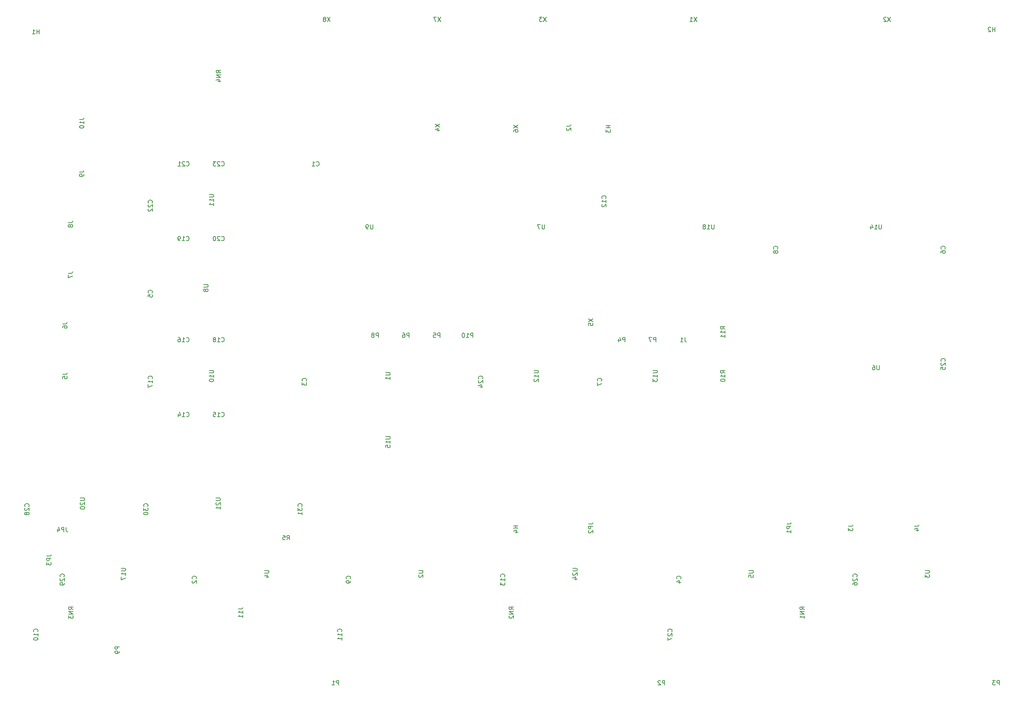
<source format=gbr>
%TF.GenerationSoftware,KiCad,Pcbnew,(6.0.11)*%
%TF.CreationDate,2023-08-29T17:19:57-04:00*%
%TF.ProjectId,input-output.Zilog,696e7075-742d-46f7-9574-7075742e5a69,rev?*%
%TF.SameCoordinates,Original*%
%TF.FileFunction,Legend,Bot*%
%TF.FilePolarity,Positive*%
%FSLAX46Y46*%
G04 Gerber Fmt 4.6, Leading zero omitted, Abs format (unit mm)*
G04 Created by KiCad (PCBNEW (6.0.11)) date 2023-08-29 17:19:57*
%MOMM*%
%LPD*%
G01*
G04 APERTURE LIST*
%ADD10C,0.150000*%
G04 APERTURE END LIST*
D10*
%TO.C,P1*%
X112738095Y-226452380D02*
X112738095Y-225452380D01*
X112357142Y-225452380D01*
X112261904Y-225500000D01*
X112214285Y-225547619D01*
X112166666Y-225642857D01*
X112166666Y-225785714D01*
X112214285Y-225880952D01*
X112261904Y-225928571D01*
X112357142Y-225976190D01*
X112738095Y-225976190D01*
X111214285Y-226452380D02*
X111785714Y-226452380D01*
X111500000Y-226452380D02*
X111500000Y-225452380D01*
X111595238Y-225595238D01*
X111690476Y-225690476D01*
X111785714Y-225738095D01*
%TO.C,H1*%
X44761904Y-78452380D02*
X44761904Y-77452380D01*
X44761904Y-77928571D02*
X44190476Y-77928571D01*
X44190476Y-78452380D02*
X44190476Y-77452380D01*
X43190476Y-78452380D02*
X43761904Y-78452380D01*
X43476190Y-78452380D02*
X43476190Y-77452380D01*
X43571428Y-77595238D01*
X43666666Y-77690476D01*
X43761904Y-77738095D01*
%TO.C,P3*%
X262738095Y-226452380D02*
X262738095Y-225452380D01*
X262357142Y-225452380D01*
X262261904Y-225500000D01*
X262214285Y-225547619D01*
X262166666Y-225642857D01*
X262166666Y-225785714D01*
X262214285Y-225880952D01*
X262261904Y-225928571D01*
X262357142Y-225976190D01*
X262738095Y-225976190D01*
X261833333Y-225452380D02*
X261214285Y-225452380D01*
X261547619Y-225833333D01*
X261404761Y-225833333D01*
X261309523Y-225880952D01*
X261261904Y-225928571D01*
X261214285Y-226023809D01*
X261214285Y-226261904D01*
X261261904Y-226357142D01*
X261309523Y-226404761D01*
X261404761Y-226452380D01*
X261690476Y-226452380D01*
X261785714Y-226404761D01*
X261833333Y-226357142D01*
%TO.C,P2*%
X186738095Y-226452380D02*
X186738095Y-225452380D01*
X186357142Y-225452380D01*
X186261904Y-225500000D01*
X186214285Y-225547619D01*
X186166666Y-225642857D01*
X186166666Y-225785714D01*
X186214285Y-225880952D01*
X186261904Y-225928571D01*
X186357142Y-225976190D01*
X186738095Y-225976190D01*
X185785714Y-225547619D02*
X185738095Y-225500000D01*
X185642857Y-225452380D01*
X185404761Y-225452380D01*
X185309523Y-225500000D01*
X185261904Y-225547619D01*
X185214285Y-225642857D01*
X185214285Y-225738095D01*
X185261904Y-225880952D01*
X185833333Y-226452380D01*
X185214285Y-226452380D01*
%TO.C,C1*%
X107666666Y-108357142D02*
X107714285Y-108404761D01*
X107857142Y-108452380D01*
X107952380Y-108452380D01*
X108095238Y-108404761D01*
X108190476Y-108309523D01*
X108238095Y-108214285D01*
X108285714Y-108023809D01*
X108285714Y-107880952D01*
X108238095Y-107690476D01*
X108190476Y-107595238D01*
X108095238Y-107500000D01*
X107952380Y-107452380D01*
X107857142Y-107452380D01*
X107714285Y-107500000D01*
X107666666Y-107547619D01*
X106714285Y-108452380D02*
X107285714Y-108452380D01*
X107000000Y-108452380D02*
X107000000Y-107452380D01*
X107095238Y-107595238D01*
X107190476Y-107690476D01*
X107285714Y-107738095D01*
%TO.C,H2*%
X261761904Y-77952380D02*
X261761904Y-76952380D01*
X261761904Y-77428571D02*
X261190476Y-77428571D01*
X261190476Y-77952380D02*
X261190476Y-76952380D01*
X260761904Y-77047619D02*
X260714285Y-77000000D01*
X260619047Y-76952380D01*
X260380952Y-76952380D01*
X260285714Y-77000000D01*
X260238095Y-77047619D01*
X260190476Y-77142857D01*
X260190476Y-77238095D01*
X260238095Y-77380952D01*
X260809523Y-77952380D01*
X260190476Y-77952380D01*
%TO.C,JP2*%
X169452380Y-189896666D02*
X170166666Y-189896666D01*
X170309523Y-189849047D01*
X170404761Y-189753809D01*
X170452380Y-189610952D01*
X170452380Y-189515714D01*
X170452380Y-190372857D02*
X169452380Y-190372857D01*
X169452380Y-190753809D01*
X169500000Y-190849047D01*
X169547619Y-190896666D01*
X169642857Y-190944285D01*
X169785714Y-190944285D01*
X169880952Y-190896666D01*
X169928571Y-190849047D01*
X169976190Y-190753809D01*
X169976190Y-190372857D01*
X169547619Y-191325238D02*
X169500000Y-191372857D01*
X169452380Y-191468095D01*
X169452380Y-191706190D01*
X169500000Y-191801428D01*
X169547619Y-191849047D01*
X169642857Y-191896666D01*
X169738095Y-191896666D01*
X169880952Y-191849047D01*
X170452380Y-191277619D01*
X170452380Y-191896666D01*
%TO.C,RN2*%
X152452380Y-209309523D02*
X151976190Y-208976190D01*
X152452380Y-208738095D02*
X151452380Y-208738095D01*
X151452380Y-209119047D01*
X151500000Y-209214285D01*
X151547619Y-209261904D01*
X151642857Y-209309523D01*
X151785714Y-209309523D01*
X151880952Y-209261904D01*
X151928571Y-209214285D01*
X151976190Y-209119047D01*
X151976190Y-208738095D01*
X152452380Y-209738095D02*
X151452380Y-209738095D01*
X152452380Y-210309523D01*
X151452380Y-210309523D01*
X151547619Y-210738095D02*
X151500000Y-210785714D01*
X151452380Y-210880952D01*
X151452380Y-211119047D01*
X151500000Y-211214285D01*
X151547619Y-211261904D01*
X151642857Y-211309523D01*
X151738095Y-211309523D01*
X151880952Y-211261904D01*
X152452380Y-210690476D01*
X152452380Y-211309523D01*
%TO.C,U24*%
X165882380Y-199951904D02*
X166691904Y-199951904D01*
X166787142Y-199999523D01*
X166834761Y-200047142D01*
X166882380Y-200142380D01*
X166882380Y-200332857D01*
X166834761Y-200428095D01*
X166787142Y-200475714D01*
X166691904Y-200523333D01*
X165882380Y-200523333D01*
X165977619Y-200951904D02*
X165930000Y-200999523D01*
X165882380Y-201094761D01*
X165882380Y-201332857D01*
X165930000Y-201428095D01*
X165977619Y-201475714D01*
X166072857Y-201523333D01*
X166168095Y-201523333D01*
X166310952Y-201475714D01*
X166882380Y-200904285D01*
X166882380Y-201523333D01*
X166215714Y-202380476D02*
X166882380Y-202380476D01*
X165834761Y-202142380D02*
X166549047Y-201904285D01*
X166549047Y-202523333D01*
%TO.C,C2*%
X80357142Y-202333333D02*
X80404761Y-202285714D01*
X80452380Y-202142857D01*
X80452380Y-202047619D01*
X80404761Y-201904761D01*
X80309523Y-201809523D01*
X80214285Y-201761904D01*
X80023809Y-201714285D01*
X79880952Y-201714285D01*
X79690476Y-201761904D01*
X79595238Y-201809523D01*
X79500000Y-201904761D01*
X79452380Y-202047619D01*
X79452380Y-202142857D01*
X79500000Y-202285714D01*
X79547619Y-202333333D01*
X79547619Y-202714285D02*
X79500000Y-202761904D01*
X79452380Y-202857142D01*
X79452380Y-203095238D01*
X79500000Y-203190476D01*
X79547619Y-203238095D01*
X79642857Y-203285714D01*
X79738095Y-203285714D01*
X79880952Y-203238095D01*
X80452380Y-202666666D01*
X80452380Y-203285714D01*
%TO.C,C3*%
X105357142Y-157333333D02*
X105404761Y-157285714D01*
X105452380Y-157142857D01*
X105452380Y-157047619D01*
X105404761Y-156904761D01*
X105309523Y-156809523D01*
X105214285Y-156761904D01*
X105023809Y-156714285D01*
X104880952Y-156714285D01*
X104690476Y-156761904D01*
X104595238Y-156809523D01*
X104500000Y-156904761D01*
X104452380Y-157047619D01*
X104452380Y-157142857D01*
X104500000Y-157285714D01*
X104547619Y-157333333D01*
X104452380Y-157666666D02*
X104452380Y-158285714D01*
X104833333Y-157952380D01*
X104833333Y-158095238D01*
X104880952Y-158190476D01*
X104928571Y-158238095D01*
X105023809Y-158285714D01*
X105261904Y-158285714D01*
X105357142Y-158238095D01*
X105404761Y-158190476D01*
X105452380Y-158095238D01*
X105452380Y-157809523D01*
X105404761Y-157714285D01*
X105357142Y-157666666D01*
%TO.C,C7*%
X172357142Y-157333333D02*
X172404761Y-157285714D01*
X172452380Y-157142857D01*
X172452380Y-157047619D01*
X172404761Y-156904761D01*
X172309523Y-156809523D01*
X172214285Y-156761904D01*
X172023809Y-156714285D01*
X171880952Y-156714285D01*
X171690476Y-156761904D01*
X171595238Y-156809523D01*
X171500000Y-156904761D01*
X171452380Y-157047619D01*
X171452380Y-157142857D01*
X171500000Y-157285714D01*
X171547619Y-157333333D01*
X171452380Y-157666666D02*
X171452380Y-158333333D01*
X172452380Y-157904761D01*
%TO.C,C8*%
X212357142Y-127333333D02*
X212404761Y-127285714D01*
X212452380Y-127142857D01*
X212452380Y-127047619D01*
X212404761Y-126904761D01*
X212309523Y-126809523D01*
X212214285Y-126761904D01*
X212023809Y-126714285D01*
X211880952Y-126714285D01*
X211690476Y-126761904D01*
X211595238Y-126809523D01*
X211500000Y-126904761D01*
X211452380Y-127047619D01*
X211452380Y-127142857D01*
X211500000Y-127285714D01*
X211547619Y-127333333D01*
X211880952Y-127904761D02*
X211833333Y-127809523D01*
X211785714Y-127761904D01*
X211690476Y-127714285D01*
X211642857Y-127714285D01*
X211547619Y-127761904D01*
X211500000Y-127809523D01*
X211452380Y-127904761D01*
X211452380Y-128095238D01*
X211500000Y-128190476D01*
X211547619Y-128238095D01*
X211642857Y-128285714D01*
X211690476Y-128285714D01*
X211785714Y-128238095D01*
X211833333Y-128190476D01*
X211880952Y-128095238D01*
X211880952Y-127904761D01*
X211928571Y-127809523D01*
X211976190Y-127761904D01*
X212071428Y-127714285D01*
X212261904Y-127714285D01*
X212357142Y-127761904D01*
X212404761Y-127809523D01*
X212452380Y-127904761D01*
X212452380Y-128095238D01*
X212404761Y-128190476D01*
X212357142Y-128238095D01*
X212261904Y-128285714D01*
X212071428Y-128285714D01*
X211976190Y-128238095D01*
X211928571Y-128190476D01*
X211880952Y-128095238D01*
%TO.C,C10*%
X44357142Y-214357142D02*
X44404761Y-214309523D01*
X44452380Y-214166666D01*
X44452380Y-214071428D01*
X44404761Y-213928571D01*
X44309523Y-213833333D01*
X44214285Y-213785714D01*
X44023809Y-213738095D01*
X43880952Y-213738095D01*
X43690476Y-213785714D01*
X43595238Y-213833333D01*
X43500000Y-213928571D01*
X43452380Y-214071428D01*
X43452380Y-214166666D01*
X43500000Y-214309523D01*
X43547619Y-214357142D01*
X44452380Y-215309523D02*
X44452380Y-214738095D01*
X44452380Y-215023809D02*
X43452380Y-215023809D01*
X43595238Y-214928571D01*
X43690476Y-214833333D01*
X43738095Y-214738095D01*
X43452380Y-215928571D02*
X43452380Y-216023809D01*
X43500000Y-216119047D01*
X43547619Y-216166666D01*
X43642857Y-216214285D01*
X43833333Y-216261904D01*
X44071428Y-216261904D01*
X44261904Y-216214285D01*
X44357142Y-216166666D01*
X44404761Y-216119047D01*
X44452380Y-216023809D01*
X44452380Y-215928571D01*
X44404761Y-215833333D01*
X44357142Y-215785714D01*
X44261904Y-215738095D01*
X44071428Y-215690476D01*
X43833333Y-215690476D01*
X43642857Y-215738095D01*
X43547619Y-215785714D01*
X43500000Y-215833333D01*
X43452380Y-215928571D01*
%TO.C,C11*%
X113357142Y-214357142D02*
X113404761Y-214309523D01*
X113452380Y-214166666D01*
X113452380Y-214071428D01*
X113404761Y-213928571D01*
X113309523Y-213833333D01*
X113214285Y-213785714D01*
X113023809Y-213738095D01*
X112880952Y-213738095D01*
X112690476Y-213785714D01*
X112595238Y-213833333D01*
X112500000Y-213928571D01*
X112452380Y-214071428D01*
X112452380Y-214166666D01*
X112500000Y-214309523D01*
X112547619Y-214357142D01*
X113452380Y-215309523D02*
X113452380Y-214738095D01*
X113452380Y-215023809D02*
X112452380Y-215023809D01*
X112595238Y-214928571D01*
X112690476Y-214833333D01*
X112738095Y-214738095D01*
X113452380Y-216261904D02*
X113452380Y-215690476D01*
X113452380Y-215976190D02*
X112452380Y-215976190D01*
X112595238Y-215880952D01*
X112690476Y-215785714D01*
X112738095Y-215690476D01*
%TO.C,C12*%
X173357142Y-115857142D02*
X173404761Y-115809523D01*
X173452380Y-115666666D01*
X173452380Y-115571428D01*
X173404761Y-115428571D01*
X173309523Y-115333333D01*
X173214285Y-115285714D01*
X173023809Y-115238095D01*
X172880952Y-115238095D01*
X172690476Y-115285714D01*
X172595238Y-115333333D01*
X172500000Y-115428571D01*
X172452380Y-115571428D01*
X172452380Y-115666666D01*
X172500000Y-115809523D01*
X172547619Y-115857142D01*
X173452380Y-116809523D02*
X173452380Y-116238095D01*
X173452380Y-116523809D02*
X172452380Y-116523809D01*
X172595238Y-116428571D01*
X172690476Y-116333333D01*
X172738095Y-116238095D01*
X172547619Y-117190476D02*
X172500000Y-117238095D01*
X172452380Y-117333333D01*
X172452380Y-117571428D01*
X172500000Y-117666666D01*
X172547619Y-117714285D01*
X172642857Y-117761904D01*
X172738095Y-117761904D01*
X172880952Y-117714285D01*
X173452380Y-117142857D01*
X173452380Y-117761904D01*
%TO.C,C13*%
X150357142Y-201857142D02*
X150404761Y-201809523D01*
X150452380Y-201666666D01*
X150452380Y-201571428D01*
X150404761Y-201428571D01*
X150309523Y-201333333D01*
X150214285Y-201285714D01*
X150023809Y-201238095D01*
X149880952Y-201238095D01*
X149690476Y-201285714D01*
X149595238Y-201333333D01*
X149500000Y-201428571D01*
X149452380Y-201571428D01*
X149452380Y-201666666D01*
X149500000Y-201809523D01*
X149547619Y-201857142D01*
X150452380Y-202809523D02*
X150452380Y-202238095D01*
X150452380Y-202523809D02*
X149452380Y-202523809D01*
X149595238Y-202428571D01*
X149690476Y-202333333D01*
X149738095Y-202238095D01*
X149452380Y-203142857D02*
X149452380Y-203761904D01*
X149833333Y-203428571D01*
X149833333Y-203571428D01*
X149880952Y-203666666D01*
X149928571Y-203714285D01*
X150023809Y-203761904D01*
X150261904Y-203761904D01*
X150357142Y-203714285D01*
X150404761Y-203666666D01*
X150452380Y-203571428D01*
X150452380Y-203285714D01*
X150404761Y-203190476D01*
X150357142Y-203142857D01*
%TO.C,C24*%
X145357142Y-156857142D02*
X145404761Y-156809523D01*
X145452380Y-156666666D01*
X145452380Y-156571428D01*
X145404761Y-156428571D01*
X145309523Y-156333333D01*
X145214285Y-156285714D01*
X145023809Y-156238095D01*
X144880952Y-156238095D01*
X144690476Y-156285714D01*
X144595238Y-156333333D01*
X144500000Y-156428571D01*
X144452380Y-156571428D01*
X144452380Y-156666666D01*
X144500000Y-156809523D01*
X144547619Y-156857142D01*
X144547619Y-157238095D02*
X144500000Y-157285714D01*
X144452380Y-157380952D01*
X144452380Y-157619047D01*
X144500000Y-157714285D01*
X144547619Y-157761904D01*
X144642857Y-157809523D01*
X144738095Y-157809523D01*
X144880952Y-157761904D01*
X145452380Y-157190476D01*
X145452380Y-157809523D01*
X144785714Y-158666666D02*
X145452380Y-158666666D01*
X144404761Y-158428571D02*
X145119047Y-158190476D01*
X145119047Y-158809523D01*
%TO.C,J1*%
X191333333Y-147452380D02*
X191333333Y-148166666D01*
X191380952Y-148309523D01*
X191476190Y-148404761D01*
X191619047Y-148452380D01*
X191714285Y-148452380D01*
X190333333Y-148452380D02*
X190904761Y-148452380D01*
X190619047Y-148452380D02*
X190619047Y-147452380D01*
X190714285Y-147595238D01*
X190809523Y-147690476D01*
X190904761Y-147738095D01*
%TO.C,J2*%
X164452380Y-99396666D02*
X165166666Y-99396666D01*
X165309523Y-99349047D01*
X165404761Y-99253809D01*
X165452380Y-99110952D01*
X165452380Y-99015714D01*
X164547619Y-99825238D02*
X164500000Y-99872857D01*
X164452380Y-99968095D01*
X164452380Y-100206190D01*
X164500000Y-100301428D01*
X164547619Y-100349047D01*
X164642857Y-100396666D01*
X164738095Y-100396666D01*
X164880952Y-100349047D01*
X165452380Y-99777619D01*
X165452380Y-100396666D01*
%TO.C,X8*%
X110809523Y-74622380D02*
X110142857Y-75622380D01*
X110142857Y-74622380D02*
X110809523Y-75622380D01*
X109619047Y-75050952D02*
X109714285Y-75003333D01*
X109761904Y-74955714D01*
X109809523Y-74860476D01*
X109809523Y-74812857D01*
X109761904Y-74717619D01*
X109714285Y-74670000D01*
X109619047Y-74622380D01*
X109428571Y-74622380D01*
X109333333Y-74670000D01*
X109285714Y-74717619D01*
X109238095Y-74812857D01*
X109238095Y-74860476D01*
X109285714Y-74955714D01*
X109333333Y-75003333D01*
X109428571Y-75050952D01*
X109619047Y-75050952D01*
X109714285Y-75098571D01*
X109761904Y-75146190D01*
X109809523Y-75241428D01*
X109809523Y-75431904D01*
X109761904Y-75527142D01*
X109714285Y-75574761D01*
X109619047Y-75622380D01*
X109428571Y-75622380D01*
X109333333Y-75574761D01*
X109285714Y-75527142D01*
X109238095Y-75431904D01*
X109238095Y-75241428D01*
X109285714Y-75146190D01*
X109333333Y-75098571D01*
X109428571Y-75050952D01*
%TO.C,X5*%
X169452380Y-143190476D02*
X170452380Y-143857142D01*
X169452380Y-143857142D02*
X170452380Y-143190476D01*
X169452380Y-144714285D02*
X169452380Y-144238095D01*
X169928571Y-144190476D01*
X169880952Y-144238095D01*
X169833333Y-144333333D01*
X169833333Y-144571428D01*
X169880952Y-144666666D01*
X169928571Y-144714285D01*
X170023809Y-144761904D01*
X170261904Y-144761904D01*
X170357142Y-144714285D01*
X170404761Y-144666666D01*
X170452380Y-144571428D01*
X170452380Y-144333333D01*
X170404761Y-144238095D01*
X170357142Y-144190476D01*
%TO.C,P4*%
X177738095Y-148452380D02*
X177738095Y-147452380D01*
X177357142Y-147452380D01*
X177261904Y-147500000D01*
X177214285Y-147547619D01*
X177166666Y-147642857D01*
X177166666Y-147785714D01*
X177214285Y-147880952D01*
X177261904Y-147928571D01*
X177357142Y-147976190D01*
X177738095Y-147976190D01*
X176309523Y-147785714D02*
X176309523Y-148452380D01*
X176547619Y-147404761D02*
X176785714Y-148119047D01*
X176166666Y-148119047D01*
%TO.C,R10*%
X200452380Y-155547142D02*
X199976190Y-155213809D01*
X200452380Y-154975714D02*
X199452380Y-154975714D01*
X199452380Y-155356666D01*
X199500000Y-155451904D01*
X199547619Y-155499523D01*
X199642857Y-155547142D01*
X199785714Y-155547142D01*
X199880952Y-155499523D01*
X199928571Y-155451904D01*
X199976190Y-155356666D01*
X199976190Y-154975714D01*
X200452380Y-156499523D02*
X200452380Y-155928095D01*
X200452380Y-156213809D02*
X199452380Y-156213809D01*
X199595238Y-156118571D01*
X199690476Y-156023333D01*
X199738095Y-155928095D01*
X199452380Y-157118571D02*
X199452380Y-157213809D01*
X199500000Y-157309047D01*
X199547619Y-157356666D01*
X199642857Y-157404285D01*
X199833333Y-157451904D01*
X200071428Y-157451904D01*
X200261904Y-157404285D01*
X200357142Y-157356666D01*
X200404761Y-157309047D01*
X200452380Y-157213809D01*
X200452380Y-157118571D01*
X200404761Y-157023333D01*
X200357142Y-156975714D01*
X200261904Y-156928095D01*
X200071428Y-156880476D01*
X199833333Y-156880476D01*
X199642857Y-156928095D01*
X199547619Y-156975714D01*
X199500000Y-157023333D01*
X199452380Y-157118571D01*
%TO.C,R11*%
X200452380Y-145547142D02*
X199976190Y-145213809D01*
X200452380Y-144975714D02*
X199452380Y-144975714D01*
X199452380Y-145356666D01*
X199500000Y-145451904D01*
X199547619Y-145499523D01*
X199642857Y-145547142D01*
X199785714Y-145547142D01*
X199880952Y-145499523D01*
X199928571Y-145451904D01*
X199976190Y-145356666D01*
X199976190Y-144975714D01*
X200452380Y-146499523D02*
X200452380Y-145928095D01*
X200452380Y-146213809D02*
X199452380Y-146213809D01*
X199595238Y-146118571D01*
X199690476Y-146023333D01*
X199738095Y-145928095D01*
X200452380Y-147451904D02*
X200452380Y-146880476D01*
X200452380Y-147166190D02*
X199452380Y-147166190D01*
X199595238Y-147070952D01*
X199690476Y-146975714D01*
X199738095Y-146880476D01*
%TO.C,U2*%
X130882380Y-200428095D02*
X131691904Y-200428095D01*
X131787142Y-200475714D01*
X131834761Y-200523333D01*
X131882380Y-200618571D01*
X131882380Y-200809047D01*
X131834761Y-200904285D01*
X131787142Y-200951904D01*
X131691904Y-200999523D01*
X130882380Y-200999523D01*
X130977619Y-201428095D02*
X130930000Y-201475714D01*
X130882380Y-201570952D01*
X130882380Y-201809047D01*
X130930000Y-201904285D01*
X130977619Y-201951904D01*
X131072857Y-201999523D01*
X131168095Y-201999523D01*
X131310952Y-201951904D01*
X131882380Y-201380476D01*
X131882380Y-201999523D01*
%TO.C,U3*%
X245882380Y-200428095D02*
X246691904Y-200428095D01*
X246787142Y-200475714D01*
X246834761Y-200523333D01*
X246882380Y-200618571D01*
X246882380Y-200809047D01*
X246834761Y-200904285D01*
X246787142Y-200951904D01*
X246691904Y-200999523D01*
X245882380Y-200999523D01*
X245882380Y-201380476D02*
X245882380Y-201999523D01*
X246263333Y-201666190D01*
X246263333Y-201809047D01*
X246310952Y-201904285D01*
X246358571Y-201951904D01*
X246453809Y-201999523D01*
X246691904Y-201999523D01*
X246787142Y-201951904D01*
X246834761Y-201904285D01*
X246882380Y-201809047D01*
X246882380Y-201523333D01*
X246834761Y-201428095D01*
X246787142Y-201380476D01*
%TO.C,U8*%
X82072380Y-135428095D02*
X82881904Y-135428095D01*
X82977142Y-135475714D01*
X83024761Y-135523333D01*
X83072380Y-135618571D01*
X83072380Y-135809047D01*
X83024761Y-135904285D01*
X82977142Y-135951904D01*
X82881904Y-135999523D01*
X82072380Y-135999523D01*
X82500952Y-136618571D02*
X82453333Y-136523333D01*
X82405714Y-136475714D01*
X82310476Y-136428095D01*
X82262857Y-136428095D01*
X82167619Y-136475714D01*
X82120000Y-136523333D01*
X82072380Y-136618571D01*
X82072380Y-136809047D01*
X82120000Y-136904285D01*
X82167619Y-136951904D01*
X82262857Y-136999523D01*
X82310476Y-136999523D01*
X82405714Y-136951904D01*
X82453333Y-136904285D01*
X82500952Y-136809047D01*
X82500952Y-136618571D01*
X82548571Y-136523333D01*
X82596190Y-136475714D01*
X82691428Y-136428095D01*
X82881904Y-136428095D01*
X82977142Y-136475714D01*
X83024761Y-136523333D01*
X83072380Y-136618571D01*
X83072380Y-136809047D01*
X83024761Y-136904285D01*
X82977142Y-136951904D01*
X82881904Y-136999523D01*
X82691428Y-136999523D01*
X82596190Y-136951904D01*
X82548571Y-136904285D01*
X82500952Y-136809047D01*
%TO.C,U14*%
X235968095Y-121802380D02*
X235968095Y-122611904D01*
X235920476Y-122707142D01*
X235872857Y-122754761D01*
X235777619Y-122802380D01*
X235587142Y-122802380D01*
X235491904Y-122754761D01*
X235444285Y-122707142D01*
X235396666Y-122611904D01*
X235396666Y-121802380D01*
X234396666Y-122802380D02*
X234968095Y-122802380D01*
X234682380Y-122802380D02*
X234682380Y-121802380D01*
X234777619Y-121945238D01*
X234872857Y-122040476D01*
X234968095Y-122088095D01*
X233539523Y-122135714D02*
X233539523Y-122802380D01*
X233777619Y-121754761D02*
X234015714Y-122469047D01*
X233396666Y-122469047D01*
%TO.C,U18*%
X197968095Y-121802380D02*
X197968095Y-122611904D01*
X197920476Y-122707142D01*
X197872857Y-122754761D01*
X197777619Y-122802380D01*
X197587142Y-122802380D01*
X197491904Y-122754761D01*
X197444285Y-122707142D01*
X197396666Y-122611904D01*
X197396666Y-121802380D01*
X196396666Y-122802380D02*
X196968095Y-122802380D01*
X196682380Y-122802380D02*
X196682380Y-121802380D01*
X196777619Y-121945238D01*
X196872857Y-122040476D01*
X196968095Y-122088095D01*
X195825238Y-122230952D02*
X195920476Y-122183333D01*
X195968095Y-122135714D01*
X196015714Y-122040476D01*
X196015714Y-121992857D01*
X195968095Y-121897619D01*
X195920476Y-121850000D01*
X195825238Y-121802380D01*
X195634761Y-121802380D01*
X195539523Y-121850000D01*
X195491904Y-121897619D01*
X195444285Y-121992857D01*
X195444285Y-122040476D01*
X195491904Y-122135714D01*
X195539523Y-122183333D01*
X195634761Y-122230952D01*
X195825238Y-122230952D01*
X195920476Y-122278571D01*
X195968095Y-122326190D01*
X196015714Y-122421428D01*
X196015714Y-122611904D01*
X195968095Y-122707142D01*
X195920476Y-122754761D01*
X195825238Y-122802380D01*
X195634761Y-122802380D01*
X195539523Y-122754761D01*
X195491904Y-122707142D01*
X195444285Y-122611904D01*
X195444285Y-122421428D01*
X195491904Y-122326190D01*
X195539523Y-122278571D01*
X195634761Y-122230952D01*
%TO.C,X1*%
X194049523Y-74622380D02*
X193382857Y-75622380D01*
X193382857Y-74622380D02*
X194049523Y-75622380D01*
X192478095Y-75622380D02*
X193049523Y-75622380D01*
X192763809Y-75622380D02*
X192763809Y-74622380D01*
X192859047Y-74765238D01*
X192954285Y-74860476D01*
X193049523Y-74908095D01*
%TO.C,X2*%
X238049523Y-74622380D02*
X237382857Y-75622380D01*
X237382857Y-74622380D02*
X238049523Y-75622380D01*
X237049523Y-74717619D02*
X237001904Y-74670000D01*
X236906666Y-74622380D01*
X236668571Y-74622380D01*
X236573333Y-74670000D01*
X236525714Y-74717619D01*
X236478095Y-74812857D01*
X236478095Y-74908095D01*
X236525714Y-75050952D01*
X237097142Y-75622380D01*
X236478095Y-75622380D01*
%TO.C,X3*%
X159889523Y-74622380D02*
X159222857Y-75622380D01*
X159222857Y-74622380D02*
X159889523Y-75622380D01*
X158937142Y-74622380D02*
X158318095Y-74622380D01*
X158651428Y-75003333D01*
X158508571Y-75003333D01*
X158413333Y-75050952D01*
X158365714Y-75098571D01*
X158318095Y-75193809D01*
X158318095Y-75431904D01*
X158365714Y-75527142D01*
X158413333Y-75574761D01*
X158508571Y-75622380D01*
X158794285Y-75622380D01*
X158889523Y-75574761D01*
X158937142Y-75527142D01*
%TO.C,X4*%
X134672380Y-98920476D02*
X135672380Y-99587142D01*
X134672380Y-99587142D02*
X135672380Y-98920476D01*
X135005714Y-100396666D02*
X135672380Y-100396666D01*
X134624761Y-100158571D02*
X135339047Y-99920476D01*
X135339047Y-100539523D01*
%TO.C,X6*%
X152452380Y-99190476D02*
X153452380Y-99857142D01*
X152452380Y-99857142D02*
X153452380Y-99190476D01*
X152452380Y-100666666D02*
X152452380Y-100476190D01*
X152500000Y-100380952D01*
X152547619Y-100333333D01*
X152690476Y-100238095D01*
X152880952Y-100190476D01*
X153261904Y-100190476D01*
X153357142Y-100238095D01*
X153404761Y-100285714D01*
X153452380Y-100380952D01*
X153452380Y-100571428D01*
X153404761Y-100666666D01*
X153357142Y-100714285D01*
X153261904Y-100761904D01*
X153023809Y-100761904D01*
X152928571Y-100714285D01*
X152880952Y-100666666D01*
X152833333Y-100571428D01*
X152833333Y-100380952D01*
X152880952Y-100285714D01*
X152928571Y-100238095D01*
X153023809Y-100190476D01*
%TO.C,X7*%
X135889523Y-74622380D02*
X135222857Y-75622380D01*
X135222857Y-74622380D02*
X135889523Y-75622380D01*
X134937142Y-74622380D02*
X134270476Y-74622380D01*
X134699047Y-75622380D01*
%TO.C,U7*%
X159491904Y-121802380D02*
X159491904Y-122611904D01*
X159444285Y-122707142D01*
X159396666Y-122754761D01*
X159301428Y-122802380D01*
X159110952Y-122802380D01*
X159015714Y-122754761D01*
X158968095Y-122707142D01*
X158920476Y-122611904D01*
X158920476Y-121802380D01*
X158539523Y-121802380D02*
X157872857Y-121802380D01*
X158301428Y-122802380D01*
%TO.C,U4*%
X95882380Y-200428095D02*
X96691904Y-200428095D01*
X96787142Y-200475714D01*
X96834761Y-200523333D01*
X96882380Y-200618571D01*
X96882380Y-200809047D01*
X96834761Y-200904285D01*
X96787142Y-200951904D01*
X96691904Y-200999523D01*
X95882380Y-200999523D01*
X96215714Y-201904285D02*
X96882380Y-201904285D01*
X95834761Y-201666190D02*
X96549047Y-201428095D01*
X96549047Y-202047142D01*
%TO.C,C9*%
X115357142Y-202333333D02*
X115404761Y-202285714D01*
X115452380Y-202142857D01*
X115452380Y-202047619D01*
X115404761Y-201904761D01*
X115309523Y-201809523D01*
X115214285Y-201761904D01*
X115023809Y-201714285D01*
X114880952Y-201714285D01*
X114690476Y-201761904D01*
X114595238Y-201809523D01*
X114500000Y-201904761D01*
X114452380Y-202047619D01*
X114452380Y-202142857D01*
X114500000Y-202285714D01*
X114547619Y-202333333D01*
X115452380Y-202809523D02*
X115452380Y-203000000D01*
X115404761Y-203095238D01*
X115357142Y-203142857D01*
X115214285Y-203238095D01*
X115023809Y-203285714D01*
X114642857Y-203285714D01*
X114547619Y-203238095D01*
X114500000Y-203190476D01*
X114452380Y-203095238D01*
X114452380Y-202904761D01*
X114500000Y-202809523D01*
X114547619Y-202761904D01*
X114642857Y-202714285D01*
X114880952Y-202714285D01*
X114976190Y-202761904D01*
X115023809Y-202809523D01*
X115071428Y-202904761D01*
X115071428Y-203095238D01*
X115023809Y-203190476D01*
X114976190Y-203238095D01*
X114880952Y-203285714D01*
%TO.C,C18*%
X86142857Y-148357142D02*
X86190476Y-148404761D01*
X86333333Y-148452380D01*
X86428571Y-148452380D01*
X86571428Y-148404761D01*
X86666666Y-148309523D01*
X86714285Y-148214285D01*
X86761904Y-148023809D01*
X86761904Y-147880952D01*
X86714285Y-147690476D01*
X86666666Y-147595238D01*
X86571428Y-147500000D01*
X86428571Y-147452380D01*
X86333333Y-147452380D01*
X86190476Y-147500000D01*
X86142857Y-147547619D01*
X85190476Y-148452380D02*
X85761904Y-148452380D01*
X85476190Y-148452380D02*
X85476190Y-147452380D01*
X85571428Y-147595238D01*
X85666666Y-147690476D01*
X85761904Y-147738095D01*
X84619047Y-147880952D02*
X84714285Y-147833333D01*
X84761904Y-147785714D01*
X84809523Y-147690476D01*
X84809523Y-147642857D01*
X84761904Y-147547619D01*
X84714285Y-147500000D01*
X84619047Y-147452380D01*
X84428571Y-147452380D01*
X84333333Y-147500000D01*
X84285714Y-147547619D01*
X84238095Y-147642857D01*
X84238095Y-147690476D01*
X84285714Y-147785714D01*
X84333333Y-147833333D01*
X84428571Y-147880952D01*
X84619047Y-147880952D01*
X84714285Y-147928571D01*
X84761904Y-147976190D01*
X84809523Y-148071428D01*
X84809523Y-148261904D01*
X84761904Y-148357142D01*
X84714285Y-148404761D01*
X84619047Y-148452380D01*
X84428571Y-148452380D01*
X84333333Y-148404761D01*
X84285714Y-148357142D01*
X84238095Y-148261904D01*
X84238095Y-148071428D01*
X84285714Y-147976190D01*
X84333333Y-147928571D01*
X84428571Y-147880952D01*
%TO.C,C16*%
X78142857Y-148357142D02*
X78190476Y-148404761D01*
X78333333Y-148452380D01*
X78428571Y-148452380D01*
X78571428Y-148404761D01*
X78666666Y-148309523D01*
X78714285Y-148214285D01*
X78761904Y-148023809D01*
X78761904Y-147880952D01*
X78714285Y-147690476D01*
X78666666Y-147595238D01*
X78571428Y-147500000D01*
X78428571Y-147452380D01*
X78333333Y-147452380D01*
X78190476Y-147500000D01*
X78142857Y-147547619D01*
X77190476Y-148452380D02*
X77761904Y-148452380D01*
X77476190Y-148452380D02*
X77476190Y-147452380D01*
X77571428Y-147595238D01*
X77666666Y-147690476D01*
X77761904Y-147738095D01*
X76333333Y-147452380D02*
X76523809Y-147452380D01*
X76619047Y-147500000D01*
X76666666Y-147547619D01*
X76761904Y-147690476D01*
X76809523Y-147880952D01*
X76809523Y-148261904D01*
X76761904Y-148357142D01*
X76714285Y-148404761D01*
X76619047Y-148452380D01*
X76428571Y-148452380D01*
X76333333Y-148404761D01*
X76285714Y-148357142D01*
X76238095Y-148261904D01*
X76238095Y-148023809D01*
X76285714Y-147928571D01*
X76333333Y-147880952D01*
X76428571Y-147833333D01*
X76619047Y-147833333D01*
X76714285Y-147880952D01*
X76761904Y-147928571D01*
X76809523Y-148023809D01*
%TO.C,C14*%
X78142857Y-165357142D02*
X78190476Y-165404761D01*
X78333333Y-165452380D01*
X78428571Y-165452380D01*
X78571428Y-165404761D01*
X78666666Y-165309523D01*
X78714285Y-165214285D01*
X78761904Y-165023809D01*
X78761904Y-164880952D01*
X78714285Y-164690476D01*
X78666666Y-164595238D01*
X78571428Y-164500000D01*
X78428571Y-164452380D01*
X78333333Y-164452380D01*
X78190476Y-164500000D01*
X78142857Y-164547619D01*
X77190476Y-165452380D02*
X77761904Y-165452380D01*
X77476190Y-165452380D02*
X77476190Y-164452380D01*
X77571428Y-164595238D01*
X77666666Y-164690476D01*
X77761904Y-164738095D01*
X76333333Y-164785714D02*
X76333333Y-165452380D01*
X76571428Y-164404761D02*
X76809523Y-165119047D01*
X76190476Y-165119047D01*
%TO.C,C17*%
X70357142Y-156857142D02*
X70404761Y-156809523D01*
X70452380Y-156666666D01*
X70452380Y-156571428D01*
X70404761Y-156428571D01*
X70309523Y-156333333D01*
X70214285Y-156285714D01*
X70023809Y-156238095D01*
X69880952Y-156238095D01*
X69690476Y-156285714D01*
X69595238Y-156333333D01*
X69500000Y-156428571D01*
X69452380Y-156571428D01*
X69452380Y-156666666D01*
X69500000Y-156809523D01*
X69547619Y-156857142D01*
X70452380Y-157809523D02*
X70452380Y-157238095D01*
X70452380Y-157523809D02*
X69452380Y-157523809D01*
X69595238Y-157428571D01*
X69690476Y-157333333D01*
X69738095Y-157238095D01*
X69452380Y-158142857D02*
X69452380Y-158809523D01*
X70452380Y-158380952D01*
%TO.C,C19*%
X78142857Y-125357142D02*
X78190476Y-125404761D01*
X78333333Y-125452380D01*
X78428571Y-125452380D01*
X78571428Y-125404761D01*
X78666666Y-125309523D01*
X78714285Y-125214285D01*
X78761904Y-125023809D01*
X78761904Y-124880952D01*
X78714285Y-124690476D01*
X78666666Y-124595238D01*
X78571428Y-124500000D01*
X78428571Y-124452380D01*
X78333333Y-124452380D01*
X78190476Y-124500000D01*
X78142857Y-124547619D01*
X77190476Y-125452380D02*
X77761904Y-125452380D01*
X77476190Y-125452380D02*
X77476190Y-124452380D01*
X77571428Y-124595238D01*
X77666666Y-124690476D01*
X77761904Y-124738095D01*
X76714285Y-125452380D02*
X76523809Y-125452380D01*
X76428571Y-125404761D01*
X76380952Y-125357142D01*
X76285714Y-125214285D01*
X76238095Y-125023809D01*
X76238095Y-124642857D01*
X76285714Y-124547619D01*
X76333333Y-124500000D01*
X76428571Y-124452380D01*
X76619047Y-124452380D01*
X76714285Y-124500000D01*
X76761904Y-124547619D01*
X76809523Y-124642857D01*
X76809523Y-124880952D01*
X76761904Y-124976190D01*
X76714285Y-125023809D01*
X76619047Y-125071428D01*
X76428571Y-125071428D01*
X76333333Y-125023809D01*
X76285714Y-124976190D01*
X76238095Y-124880952D01*
%TO.C,C20*%
X86142857Y-125357142D02*
X86190476Y-125404761D01*
X86333333Y-125452380D01*
X86428571Y-125452380D01*
X86571428Y-125404761D01*
X86666666Y-125309523D01*
X86714285Y-125214285D01*
X86761904Y-125023809D01*
X86761904Y-124880952D01*
X86714285Y-124690476D01*
X86666666Y-124595238D01*
X86571428Y-124500000D01*
X86428571Y-124452380D01*
X86333333Y-124452380D01*
X86190476Y-124500000D01*
X86142857Y-124547619D01*
X85761904Y-124547619D02*
X85714285Y-124500000D01*
X85619047Y-124452380D01*
X85380952Y-124452380D01*
X85285714Y-124500000D01*
X85238095Y-124547619D01*
X85190476Y-124642857D01*
X85190476Y-124738095D01*
X85238095Y-124880952D01*
X85809523Y-125452380D01*
X85190476Y-125452380D01*
X84571428Y-124452380D02*
X84476190Y-124452380D01*
X84380952Y-124500000D01*
X84333333Y-124547619D01*
X84285714Y-124642857D01*
X84238095Y-124833333D01*
X84238095Y-125071428D01*
X84285714Y-125261904D01*
X84333333Y-125357142D01*
X84380952Y-125404761D01*
X84476190Y-125452380D01*
X84571428Y-125452380D01*
X84666666Y-125404761D01*
X84714285Y-125357142D01*
X84761904Y-125261904D01*
X84809523Y-125071428D01*
X84809523Y-124833333D01*
X84761904Y-124642857D01*
X84714285Y-124547619D01*
X84666666Y-124500000D01*
X84571428Y-124452380D01*
%TO.C,C21*%
X78142857Y-108357142D02*
X78190476Y-108404761D01*
X78333333Y-108452380D01*
X78428571Y-108452380D01*
X78571428Y-108404761D01*
X78666666Y-108309523D01*
X78714285Y-108214285D01*
X78761904Y-108023809D01*
X78761904Y-107880952D01*
X78714285Y-107690476D01*
X78666666Y-107595238D01*
X78571428Y-107500000D01*
X78428571Y-107452380D01*
X78333333Y-107452380D01*
X78190476Y-107500000D01*
X78142857Y-107547619D01*
X77761904Y-107547619D02*
X77714285Y-107500000D01*
X77619047Y-107452380D01*
X77380952Y-107452380D01*
X77285714Y-107500000D01*
X77238095Y-107547619D01*
X77190476Y-107642857D01*
X77190476Y-107738095D01*
X77238095Y-107880952D01*
X77809523Y-108452380D01*
X77190476Y-108452380D01*
X76238095Y-108452380D02*
X76809523Y-108452380D01*
X76523809Y-108452380D02*
X76523809Y-107452380D01*
X76619047Y-107595238D01*
X76714285Y-107690476D01*
X76809523Y-107738095D01*
%TO.C,C22*%
X70357142Y-116857142D02*
X70404761Y-116809523D01*
X70452380Y-116666666D01*
X70452380Y-116571428D01*
X70404761Y-116428571D01*
X70309523Y-116333333D01*
X70214285Y-116285714D01*
X70023809Y-116238095D01*
X69880952Y-116238095D01*
X69690476Y-116285714D01*
X69595238Y-116333333D01*
X69500000Y-116428571D01*
X69452380Y-116571428D01*
X69452380Y-116666666D01*
X69500000Y-116809523D01*
X69547619Y-116857142D01*
X69547619Y-117238095D02*
X69500000Y-117285714D01*
X69452380Y-117380952D01*
X69452380Y-117619047D01*
X69500000Y-117714285D01*
X69547619Y-117761904D01*
X69642857Y-117809523D01*
X69738095Y-117809523D01*
X69880952Y-117761904D01*
X70452380Y-117190476D01*
X70452380Y-117809523D01*
X69547619Y-118190476D02*
X69500000Y-118238095D01*
X69452380Y-118333333D01*
X69452380Y-118571428D01*
X69500000Y-118666666D01*
X69547619Y-118714285D01*
X69642857Y-118761904D01*
X69738095Y-118761904D01*
X69880952Y-118714285D01*
X70452380Y-118142857D01*
X70452380Y-118761904D01*
%TO.C,C23*%
X86142857Y-108357142D02*
X86190476Y-108404761D01*
X86333333Y-108452380D01*
X86428571Y-108452380D01*
X86571428Y-108404761D01*
X86666666Y-108309523D01*
X86714285Y-108214285D01*
X86761904Y-108023809D01*
X86761904Y-107880952D01*
X86714285Y-107690476D01*
X86666666Y-107595238D01*
X86571428Y-107500000D01*
X86428571Y-107452380D01*
X86333333Y-107452380D01*
X86190476Y-107500000D01*
X86142857Y-107547619D01*
X85761904Y-107547619D02*
X85714285Y-107500000D01*
X85619047Y-107452380D01*
X85380952Y-107452380D01*
X85285714Y-107500000D01*
X85238095Y-107547619D01*
X85190476Y-107642857D01*
X85190476Y-107738095D01*
X85238095Y-107880952D01*
X85809523Y-108452380D01*
X85190476Y-108452380D01*
X84857142Y-107452380D02*
X84238095Y-107452380D01*
X84571428Y-107833333D01*
X84428571Y-107833333D01*
X84333333Y-107880952D01*
X84285714Y-107928571D01*
X84238095Y-108023809D01*
X84238095Y-108261904D01*
X84285714Y-108357142D01*
X84333333Y-108404761D01*
X84428571Y-108452380D01*
X84714285Y-108452380D01*
X84809523Y-108404761D01*
X84857142Y-108357142D01*
%TO.C,C15*%
X86142857Y-165357142D02*
X86190476Y-165404761D01*
X86333333Y-165452380D01*
X86428571Y-165452380D01*
X86571428Y-165404761D01*
X86666666Y-165309523D01*
X86714285Y-165214285D01*
X86761904Y-165023809D01*
X86761904Y-164880952D01*
X86714285Y-164690476D01*
X86666666Y-164595238D01*
X86571428Y-164500000D01*
X86428571Y-164452380D01*
X86333333Y-164452380D01*
X86190476Y-164500000D01*
X86142857Y-164547619D01*
X85190476Y-165452380D02*
X85761904Y-165452380D01*
X85476190Y-165452380D02*
X85476190Y-164452380D01*
X85571428Y-164595238D01*
X85666666Y-164690476D01*
X85761904Y-164738095D01*
X84285714Y-164452380D02*
X84761904Y-164452380D01*
X84809523Y-164928571D01*
X84761904Y-164880952D01*
X84666666Y-164833333D01*
X84428571Y-164833333D01*
X84333333Y-164880952D01*
X84285714Y-164928571D01*
X84238095Y-165023809D01*
X84238095Y-165261904D01*
X84285714Y-165357142D01*
X84333333Y-165404761D01*
X84428571Y-165452380D01*
X84666666Y-165452380D01*
X84761904Y-165404761D01*
X84809523Y-165357142D01*
%TO.C,U11*%
X83342380Y-114951904D02*
X84151904Y-114951904D01*
X84247142Y-114999523D01*
X84294761Y-115047142D01*
X84342380Y-115142380D01*
X84342380Y-115332857D01*
X84294761Y-115428095D01*
X84247142Y-115475714D01*
X84151904Y-115523333D01*
X83342380Y-115523333D01*
X84342380Y-116523333D02*
X84342380Y-115951904D01*
X84342380Y-116237619D02*
X83342380Y-116237619D01*
X83485238Y-116142380D01*
X83580476Y-116047142D01*
X83628095Y-115951904D01*
X84342380Y-117475714D02*
X84342380Y-116904285D01*
X84342380Y-117190000D02*
X83342380Y-117190000D01*
X83485238Y-117094761D01*
X83580476Y-116999523D01*
X83628095Y-116904285D01*
%TO.C,U10*%
X83342380Y-154951904D02*
X84151904Y-154951904D01*
X84247142Y-154999523D01*
X84294761Y-155047142D01*
X84342380Y-155142380D01*
X84342380Y-155332857D01*
X84294761Y-155428095D01*
X84247142Y-155475714D01*
X84151904Y-155523333D01*
X83342380Y-155523333D01*
X84342380Y-156523333D02*
X84342380Y-155951904D01*
X84342380Y-156237619D02*
X83342380Y-156237619D01*
X83485238Y-156142380D01*
X83580476Y-156047142D01*
X83628095Y-155951904D01*
X83342380Y-157142380D02*
X83342380Y-157237619D01*
X83390000Y-157332857D01*
X83437619Y-157380476D01*
X83532857Y-157428095D01*
X83723333Y-157475714D01*
X83961428Y-157475714D01*
X84151904Y-157428095D01*
X84247142Y-157380476D01*
X84294761Y-157332857D01*
X84342380Y-157237619D01*
X84342380Y-157142380D01*
X84294761Y-157047142D01*
X84247142Y-156999523D01*
X84151904Y-156951904D01*
X83961428Y-156904285D01*
X83723333Y-156904285D01*
X83532857Y-156951904D01*
X83437619Y-156999523D01*
X83390000Y-157047142D01*
X83342380Y-157142380D01*
%TO.C,C27*%
X188357142Y-214357142D02*
X188404761Y-214309523D01*
X188452380Y-214166666D01*
X188452380Y-214071428D01*
X188404761Y-213928571D01*
X188309523Y-213833333D01*
X188214285Y-213785714D01*
X188023809Y-213738095D01*
X187880952Y-213738095D01*
X187690476Y-213785714D01*
X187595238Y-213833333D01*
X187500000Y-213928571D01*
X187452380Y-214071428D01*
X187452380Y-214166666D01*
X187500000Y-214309523D01*
X187547619Y-214357142D01*
X187547619Y-214738095D02*
X187500000Y-214785714D01*
X187452380Y-214880952D01*
X187452380Y-215119047D01*
X187500000Y-215214285D01*
X187547619Y-215261904D01*
X187642857Y-215309523D01*
X187738095Y-215309523D01*
X187880952Y-215261904D01*
X188452380Y-214690476D01*
X188452380Y-215309523D01*
X187452380Y-215642857D02*
X187452380Y-216309523D01*
X188452380Y-215880952D01*
%TO.C,U9*%
X120491904Y-121802380D02*
X120491904Y-122611904D01*
X120444285Y-122707142D01*
X120396666Y-122754761D01*
X120301428Y-122802380D01*
X120110952Y-122802380D01*
X120015714Y-122754761D01*
X119968095Y-122707142D01*
X119920476Y-122611904D01*
X119920476Y-121802380D01*
X119396666Y-122802380D02*
X119206190Y-122802380D01*
X119110952Y-122754761D01*
X119063333Y-122707142D01*
X118968095Y-122564285D01*
X118920476Y-122373809D01*
X118920476Y-121992857D01*
X118968095Y-121897619D01*
X119015714Y-121850000D01*
X119110952Y-121802380D01*
X119301428Y-121802380D01*
X119396666Y-121850000D01*
X119444285Y-121897619D01*
X119491904Y-121992857D01*
X119491904Y-122230952D01*
X119444285Y-122326190D01*
X119396666Y-122373809D01*
X119301428Y-122421428D01*
X119110952Y-122421428D01*
X119015714Y-122373809D01*
X118968095Y-122326190D01*
X118920476Y-122230952D01*
%TO.C,U13*%
X184072380Y-154951904D02*
X184881904Y-154951904D01*
X184977142Y-154999523D01*
X185024761Y-155047142D01*
X185072380Y-155142380D01*
X185072380Y-155332857D01*
X185024761Y-155428095D01*
X184977142Y-155475714D01*
X184881904Y-155523333D01*
X184072380Y-155523333D01*
X185072380Y-156523333D02*
X185072380Y-155951904D01*
X185072380Y-156237619D02*
X184072380Y-156237619D01*
X184215238Y-156142380D01*
X184310476Y-156047142D01*
X184358095Y-155951904D01*
X184072380Y-156856666D02*
X184072380Y-157475714D01*
X184453333Y-157142380D01*
X184453333Y-157285238D01*
X184500952Y-157380476D01*
X184548571Y-157428095D01*
X184643809Y-157475714D01*
X184881904Y-157475714D01*
X184977142Y-157428095D01*
X185024761Y-157380476D01*
X185072380Y-157285238D01*
X185072380Y-156999523D01*
X185024761Y-156904285D01*
X184977142Y-156856666D01*
%TO.C,C4*%
X190357142Y-202333333D02*
X190404761Y-202285714D01*
X190452380Y-202142857D01*
X190452380Y-202047619D01*
X190404761Y-201904761D01*
X190309523Y-201809523D01*
X190214285Y-201761904D01*
X190023809Y-201714285D01*
X189880952Y-201714285D01*
X189690476Y-201761904D01*
X189595238Y-201809523D01*
X189500000Y-201904761D01*
X189452380Y-202047619D01*
X189452380Y-202142857D01*
X189500000Y-202285714D01*
X189547619Y-202333333D01*
X189785714Y-203190476D02*
X190452380Y-203190476D01*
X189404761Y-202952380D02*
X190119047Y-202714285D01*
X190119047Y-203333333D01*
%TO.C,C6*%
X250357142Y-127333333D02*
X250404761Y-127285714D01*
X250452380Y-127142857D01*
X250452380Y-127047619D01*
X250404761Y-126904761D01*
X250309523Y-126809523D01*
X250214285Y-126761904D01*
X250023809Y-126714285D01*
X249880952Y-126714285D01*
X249690476Y-126761904D01*
X249595238Y-126809523D01*
X249500000Y-126904761D01*
X249452380Y-127047619D01*
X249452380Y-127142857D01*
X249500000Y-127285714D01*
X249547619Y-127333333D01*
X249452380Y-128190476D02*
X249452380Y-128000000D01*
X249500000Y-127904761D01*
X249547619Y-127857142D01*
X249690476Y-127761904D01*
X249880952Y-127714285D01*
X250261904Y-127714285D01*
X250357142Y-127761904D01*
X250404761Y-127809523D01*
X250452380Y-127904761D01*
X250452380Y-128095238D01*
X250404761Y-128190476D01*
X250357142Y-128238095D01*
X250261904Y-128285714D01*
X250023809Y-128285714D01*
X249928571Y-128238095D01*
X249880952Y-128190476D01*
X249833333Y-128095238D01*
X249833333Y-127904761D01*
X249880952Y-127809523D01*
X249928571Y-127761904D01*
X250023809Y-127714285D01*
%TO.C,U12*%
X157072380Y-154951904D02*
X157881904Y-154951904D01*
X157977142Y-154999523D01*
X158024761Y-155047142D01*
X158072380Y-155142380D01*
X158072380Y-155332857D01*
X158024761Y-155428095D01*
X157977142Y-155475714D01*
X157881904Y-155523333D01*
X157072380Y-155523333D01*
X158072380Y-156523333D02*
X158072380Y-155951904D01*
X158072380Y-156237619D02*
X157072380Y-156237619D01*
X157215238Y-156142380D01*
X157310476Y-156047142D01*
X157358095Y-155951904D01*
X157167619Y-156904285D02*
X157120000Y-156951904D01*
X157072380Y-157047142D01*
X157072380Y-157285238D01*
X157120000Y-157380476D01*
X157167619Y-157428095D01*
X157262857Y-157475714D01*
X157358095Y-157475714D01*
X157500952Y-157428095D01*
X158072380Y-156856666D01*
X158072380Y-157475714D01*
%TO.C,C5*%
X70357142Y-137333333D02*
X70404761Y-137285714D01*
X70452380Y-137142857D01*
X70452380Y-137047619D01*
X70404761Y-136904761D01*
X70309523Y-136809523D01*
X70214285Y-136761904D01*
X70023809Y-136714285D01*
X69880952Y-136714285D01*
X69690476Y-136761904D01*
X69595238Y-136809523D01*
X69500000Y-136904761D01*
X69452380Y-137047619D01*
X69452380Y-137142857D01*
X69500000Y-137285714D01*
X69547619Y-137333333D01*
X69452380Y-138238095D02*
X69452380Y-137761904D01*
X69928571Y-137714285D01*
X69880952Y-137761904D01*
X69833333Y-137857142D01*
X69833333Y-138095238D01*
X69880952Y-138190476D01*
X69928571Y-138238095D01*
X70023809Y-138285714D01*
X70261904Y-138285714D01*
X70357142Y-138238095D01*
X70404761Y-138190476D01*
X70452380Y-138095238D01*
X70452380Y-137857142D01*
X70404761Y-137761904D01*
X70357142Y-137714285D01*
%TO.C,U1*%
X123422380Y-155428095D02*
X124231904Y-155428095D01*
X124327142Y-155475714D01*
X124374761Y-155523333D01*
X124422380Y-155618571D01*
X124422380Y-155809047D01*
X124374761Y-155904285D01*
X124327142Y-155951904D01*
X124231904Y-155999523D01*
X123422380Y-155999523D01*
X124422380Y-156999523D02*
X124422380Y-156428095D01*
X124422380Y-156713809D02*
X123422380Y-156713809D01*
X123565238Y-156618571D01*
X123660476Y-156523333D01*
X123708095Y-156428095D01*
%TO.C,P5*%
X135738095Y-147452380D02*
X135738095Y-146452380D01*
X135357142Y-146452380D01*
X135261904Y-146500000D01*
X135214285Y-146547619D01*
X135166666Y-146642857D01*
X135166666Y-146785714D01*
X135214285Y-146880952D01*
X135261904Y-146928571D01*
X135357142Y-146976190D01*
X135738095Y-146976190D01*
X134261904Y-146452380D02*
X134738095Y-146452380D01*
X134785714Y-146928571D01*
X134738095Y-146880952D01*
X134642857Y-146833333D01*
X134404761Y-146833333D01*
X134309523Y-146880952D01*
X134261904Y-146928571D01*
X134214285Y-147023809D01*
X134214285Y-147261904D01*
X134261904Y-147357142D01*
X134309523Y-147404761D01*
X134404761Y-147452380D01*
X134642857Y-147452380D01*
X134738095Y-147404761D01*
X134785714Y-147357142D01*
%TO.C,P10*%
X143214285Y-147452380D02*
X143214285Y-146452380D01*
X142833333Y-146452380D01*
X142738095Y-146500000D01*
X142690476Y-146547619D01*
X142642857Y-146642857D01*
X142642857Y-146785714D01*
X142690476Y-146880952D01*
X142738095Y-146928571D01*
X142833333Y-146976190D01*
X143214285Y-146976190D01*
X141690476Y-147452380D02*
X142261904Y-147452380D01*
X141976190Y-147452380D02*
X141976190Y-146452380D01*
X142071428Y-146595238D01*
X142166666Y-146690476D01*
X142261904Y-146738095D01*
X141071428Y-146452380D02*
X140976190Y-146452380D01*
X140880952Y-146500000D01*
X140833333Y-146547619D01*
X140785714Y-146642857D01*
X140738095Y-146833333D01*
X140738095Y-147071428D01*
X140785714Y-147261904D01*
X140833333Y-147357142D01*
X140880952Y-147404761D01*
X140976190Y-147452380D01*
X141071428Y-147452380D01*
X141166666Y-147404761D01*
X141214285Y-147357142D01*
X141261904Y-147261904D01*
X141309523Y-147071428D01*
X141309523Y-146833333D01*
X141261904Y-146642857D01*
X141214285Y-146547619D01*
X141166666Y-146500000D01*
X141071428Y-146452380D01*
%TO.C,J3*%
X228452380Y-190396666D02*
X229166666Y-190396666D01*
X229309523Y-190349047D01*
X229404761Y-190253809D01*
X229452380Y-190110952D01*
X229452380Y-190015714D01*
X228452380Y-190777619D02*
X228452380Y-191396666D01*
X228833333Y-191063333D01*
X228833333Y-191206190D01*
X228880952Y-191301428D01*
X228928571Y-191349047D01*
X229023809Y-191396666D01*
X229261904Y-191396666D01*
X229357142Y-191349047D01*
X229404761Y-191301428D01*
X229452380Y-191206190D01*
X229452380Y-190920476D01*
X229404761Y-190825238D01*
X229357142Y-190777619D01*
%TO.C,J4*%
X243452380Y-190396666D02*
X244166666Y-190396666D01*
X244309523Y-190349047D01*
X244404761Y-190253809D01*
X244452380Y-190110952D01*
X244452380Y-190015714D01*
X243785714Y-191301428D02*
X244452380Y-191301428D01*
X243404761Y-191063333D02*
X244119047Y-190825238D01*
X244119047Y-191444285D01*
%TO.C,JP1*%
X214452380Y-189896666D02*
X215166666Y-189896666D01*
X215309523Y-189849047D01*
X215404761Y-189753809D01*
X215452380Y-189610952D01*
X215452380Y-189515714D01*
X215452380Y-190372857D02*
X214452380Y-190372857D01*
X214452380Y-190753809D01*
X214500000Y-190849047D01*
X214547619Y-190896666D01*
X214642857Y-190944285D01*
X214785714Y-190944285D01*
X214880952Y-190896666D01*
X214928571Y-190849047D01*
X214976190Y-190753809D01*
X214976190Y-190372857D01*
X215452380Y-191896666D02*
X215452380Y-191325238D01*
X215452380Y-191610952D02*
X214452380Y-191610952D01*
X214595238Y-191515714D01*
X214690476Y-191420476D01*
X214738095Y-191325238D01*
%TO.C,P6*%
X128738095Y-147452380D02*
X128738095Y-146452380D01*
X128357142Y-146452380D01*
X128261904Y-146500000D01*
X128214285Y-146547619D01*
X128166666Y-146642857D01*
X128166666Y-146785714D01*
X128214285Y-146880952D01*
X128261904Y-146928571D01*
X128357142Y-146976190D01*
X128738095Y-146976190D01*
X127309523Y-146452380D02*
X127500000Y-146452380D01*
X127595238Y-146500000D01*
X127642857Y-146547619D01*
X127738095Y-146690476D01*
X127785714Y-146880952D01*
X127785714Y-147261904D01*
X127738095Y-147357142D01*
X127690476Y-147404761D01*
X127595238Y-147452380D01*
X127404761Y-147452380D01*
X127309523Y-147404761D01*
X127261904Y-147357142D01*
X127214285Y-147261904D01*
X127214285Y-147023809D01*
X127261904Y-146928571D01*
X127309523Y-146880952D01*
X127404761Y-146833333D01*
X127595238Y-146833333D01*
X127690476Y-146880952D01*
X127738095Y-146928571D01*
X127785714Y-147023809D01*
%TO.C,P7*%
X184738095Y-148452380D02*
X184738095Y-147452380D01*
X184357142Y-147452380D01*
X184261904Y-147500000D01*
X184214285Y-147547619D01*
X184166666Y-147642857D01*
X184166666Y-147785714D01*
X184214285Y-147880952D01*
X184261904Y-147928571D01*
X184357142Y-147976190D01*
X184738095Y-147976190D01*
X183833333Y-147452380D02*
X183166666Y-147452380D01*
X183595238Y-148452380D01*
%TO.C,U5*%
X205882380Y-200428095D02*
X206691904Y-200428095D01*
X206787142Y-200475714D01*
X206834761Y-200523333D01*
X206882380Y-200618571D01*
X206882380Y-200809047D01*
X206834761Y-200904285D01*
X206787142Y-200951904D01*
X206691904Y-200999523D01*
X205882380Y-200999523D01*
X205882380Y-201951904D02*
X205882380Y-201475714D01*
X206358571Y-201428095D01*
X206310952Y-201475714D01*
X206263333Y-201570952D01*
X206263333Y-201809047D01*
X206310952Y-201904285D01*
X206358571Y-201951904D01*
X206453809Y-201999523D01*
X206691904Y-201999523D01*
X206787142Y-201951904D01*
X206834761Y-201904285D01*
X206882380Y-201809047D01*
X206882380Y-201570952D01*
X206834761Y-201475714D01*
X206787142Y-201428095D01*
%TO.C,U6*%
X235491904Y-153802380D02*
X235491904Y-154611904D01*
X235444285Y-154707142D01*
X235396666Y-154754761D01*
X235301428Y-154802380D01*
X235110952Y-154802380D01*
X235015714Y-154754761D01*
X234968095Y-154707142D01*
X234920476Y-154611904D01*
X234920476Y-153802380D01*
X234015714Y-153802380D02*
X234206190Y-153802380D01*
X234301428Y-153850000D01*
X234349047Y-153897619D01*
X234444285Y-154040476D01*
X234491904Y-154230952D01*
X234491904Y-154611904D01*
X234444285Y-154707142D01*
X234396666Y-154754761D01*
X234301428Y-154802380D01*
X234110952Y-154802380D01*
X234015714Y-154754761D01*
X233968095Y-154707142D01*
X233920476Y-154611904D01*
X233920476Y-154373809D01*
X233968095Y-154278571D01*
X234015714Y-154230952D01*
X234110952Y-154183333D01*
X234301428Y-154183333D01*
X234396666Y-154230952D01*
X234444285Y-154278571D01*
X234491904Y-154373809D01*
%TO.C,C25*%
X250357142Y-152857142D02*
X250404761Y-152809523D01*
X250452380Y-152666666D01*
X250452380Y-152571428D01*
X250404761Y-152428571D01*
X250309523Y-152333333D01*
X250214285Y-152285714D01*
X250023809Y-152238095D01*
X249880952Y-152238095D01*
X249690476Y-152285714D01*
X249595238Y-152333333D01*
X249500000Y-152428571D01*
X249452380Y-152571428D01*
X249452380Y-152666666D01*
X249500000Y-152809523D01*
X249547619Y-152857142D01*
X249547619Y-153238095D02*
X249500000Y-153285714D01*
X249452380Y-153380952D01*
X249452380Y-153619047D01*
X249500000Y-153714285D01*
X249547619Y-153761904D01*
X249642857Y-153809523D01*
X249738095Y-153809523D01*
X249880952Y-153761904D01*
X250452380Y-153190476D01*
X250452380Y-153809523D01*
X249452380Y-154714285D02*
X249452380Y-154238095D01*
X249928571Y-154190476D01*
X249880952Y-154238095D01*
X249833333Y-154333333D01*
X249833333Y-154571428D01*
X249880952Y-154666666D01*
X249928571Y-154714285D01*
X250023809Y-154761904D01*
X250261904Y-154761904D01*
X250357142Y-154714285D01*
X250404761Y-154666666D01*
X250452380Y-154571428D01*
X250452380Y-154333333D01*
X250404761Y-154238095D01*
X250357142Y-154190476D01*
%TO.C,C26*%
X230357142Y-201857142D02*
X230404761Y-201809523D01*
X230452380Y-201666666D01*
X230452380Y-201571428D01*
X230404761Y-201428571D01*
X230309523Y-201333333D01*
X230214285Y-201285714D01*
X230023809Y-201238095D01*
X229880952Y-201238095D01*
X229690476Y-201285714D01*
X229595238Y-201333333D01*
X229500000Y-201428571D01*
X229452380Y-201571428D01*
X229452380Y-201666666D01*
X229500000Y-201809523D01*
X229547619Y-201857142D01*
X229547619Y-202238095D02*
X229500000Y-202285714D01*
X229452380Y-202380952D01*
X229452380Y-202619047D01*
X229500000Y-202714285D01*
X229547619Y-202761904D01*
X229642857Y-202809523D01*
X229738095Y-202809523D01*
X229880952Y-202761904D01*
X230452380Y-202190476D01*
X230452380Y-202809523D01*
X229452380Y-203666666D02*
X229452380Y-203476190D01*
X229500000Y-203380952D01*
X229547619Y-203333333D01*
X229690476Y-203238095D01*
X229880952Y-203190476D01*
X230261904Y-203190476D01*
X230357142Y-203238095D01*
X230404761Y-203285714D01*
X230452380Y-203380952D01*
X230452380Y-203571428D01*
X230404761Y-203666666D01*
X230357142Y-203714285D01*
X230261904Y-203761904D01*
X230023809Y-203761904D01*
X229928571Y-203714285D01*
X229880952Y-203666666D01*
X229833333Y-203571428D01*
X229833333Y-203380952D01*
X229880952Y-203285714D01*
X229928571Y-203238095D01*
X230023809Y-203190476D01*
%TO.C,J5*%
X50072380Y-155856666D02*
X50786666Y-155856666D01*
X50929523Y-155809047D01*
X51024761Y-155713809D01*
X51072380Y-155570952D01*
X51072380Y-155475714D01*
X50072380Y-156809047D02*
X50072380Y-156332857D01*
X50548571Y-156285238D01*
X50500952Y-156332857D01*
X50453333Y-156428095D01*
X50453333Y-156666190D01*
X50500952Y-156761428D01*
X50548571Y-156809047D01*
X50643809Y-156856666D01*
X50881904Y-156856666D01*
X50977142Y-156809047D01*
X51024761Y-156761428D01*
X51072380Y-156666190D01*
X51072380Y-156428095D01*
X51024761Y-156332857D01*
X50977142Y-156285238D01*
%TO.C,J6*%
X50072380Y-144356666D02*
X50786666Y-144356666D01*
X50929523Y-144309047D01*
X51024761Y-144213809D01*
X51072380Y-144070952D01*
X51072380Y-143975714D01*
X50072380Y-145261428D02*
X50072380Y-145070952D01*
X50120000Y-144975714D01*
X50167619Y-144928095D01*
X50310476Y-144832857D01*
X50500952Y-144785238D01*
X50881904Y-144785238D01*
X50977142Y-144832857D01*
X51024761Y-144880476D01*
X51072380Y-144975714D01*
X51072380Y-145166190D01*
X51024761Y-145261428D01*
X50977142Y-145309047D01*
X50881904Y-145356666D01*
X50643809Y-145356666D01*
X50548571Y-145309047D01*
X50500952Y-145261428D01*
X50453333Y-145166190D01*
X50453333Y-144975714D01*
X50500952Y-144880476D01*
X50548571Y-144832857D01*
X50643809Y-144785238D01*
%TO.C,J7*%
X51342380Y-132856666D02*
X52056666Y-132856666D01*
X52199523Y-132809047D01*
X52294761Y-132713809D01*
X52342380Y-132570952D01*
X52342380Y-132475714D01*
X51342380Y-133237619D02*
X51342380Y-133904285D01*
X52342380Y-133475714D01*
%TO.C,J8*%
X51342380Y-121356666D02*
X52056666Y-121356666D01*
X52199523Y-121309047D01*
X52294761Y-121213809D01*
X52342380Y-121070952D01*
X52342380Y-120975714D01*
X51770952Y-121975714D02*
X51723333Y-121880476D01*
X51675714Y-121832857D01*
X51580476Y-121785238D01*
X51532857Y-121785238D01*
X51437619Y-121832857D01*
X51390000Y-121880476D01*
X51342380Y-121975714D01*
X51342380Y-122166190D01*
X51390000Y-122261428D01*
X51437619Y-122309047D01*
X51532857Y-122356666D01*
X51580476Y-122356666D01*
X51675714Y-122309047D01*
X51723333Y-122261428D01*
X51770952Y-122166190D01*
X51770952Y-121975714D01*
X51818571Y-121880476D01*
X51866190Y-121832857D01*
X51961428Y-121785238D01*
X52151904Y-121785238D01*
X52247142Y-121832857D01*
X52294761Y-121880476D01*
X52342380Y-121975714D01*
X52342380Y-122166190D01*
X52294761Y-122261428D01*
X52247142Y-122309047D01*
X52151904Y-122356666D01*
X51961428Y-122356666D01*
X51866190Y-122309047D01*
X51818571Y-122261428D01*
X51770952Y-122166190D01*
%TO.C,J9*%
X53882380Y-109856666D02*
X54596666Y-109856666D01*
X54739523Y-109809047D01*
X54834761Y-109713809D01*
X54882380Y-109570952D01*
X54882380Y-109475714D01*
X54882380Y-110380476D02*
X54882380Y-110570952D01*
X54834761Y-110666190D01*
X54787142Y-110713809D01*
X54644285Y-110809047D01*
X54453809Y-110856666D01*
X54072857Y-110856666D01*
X53977619Y-110809047D01*
X53930000Y-110761428D01*
X53882380Y-110666190D01*
X53882380Y-110475714D01*
X53930000Y-110380476D01*
X53977619Y-110332857D01*
X54072857Y-110285238D01*
X54310952Y-110285238D01*
X54406190Y-110332857D01*
X54453809Y-110380476D01*
X54501428Y-110475714D01*
X54501428Y-110666190D01*
X54453809Y-110761428D01*
X54406190Y-110809047D01*
X54310952Y-110856666D01*
%TO.C,J10*%
X53882380Y-97880476D02*
X54596666Y-97880476D01*
X54739523Y-97832857D01*
X54834761Y-97737619D01*
X54882380Y-97594761D01*
X54882380Y-97499523D01*
X54882380Y-98880476D02*
X54882380Y-98309047D01*
X54882380Y-98594761D02*
X53882380Y-98594761D01*
X54025238Y-98499523D01*
X54120476Y-98404285D01*
X54168095Y-98309047D01*
X53882380Y-99499523D02*
X53882380Y-99594761D01*
X53930000Y-99690000D01*
X53977619Y-99737619D01*
X54072857Y-99785238D01*
X54263333Y-99832857D01*
X54501428Y-99832857D01*
X54691904Y-99785238D01*
X54787142Y-99737619D01*
X54834761Y-99690000D01*
X54882380Y-99594761D01*
X54882380Y-99499523D01*
X54834761Y-99404285D01*
X54787142Y-99356666D01*
X54691904Y-99309047D01*
X54501428Y-99261428D01*
X54263333Y-99261428D01*
X54072857Y-99309047D01*
X53977619Y-99356666D01*
X53930000Y-99404285D01*
X53882380Y-99499523D01*
%TO.C,RN1*%
X218452380Y-209309523D02*
X217976190Y-208976190D01*
X218452380Y-208738095D02*
X217452380Y-208738095D01*
X217452380Y-209119047D01*
X217500000Y-209214285D01*
X217547619Y-209261904D01*
X217642857Y-209309523D01*
X217785714Y-209309523D01*
X217880952Y-209261904D01*
X217928571Y-209214285D01*
X217976190Y-209119047D01*
X217976190Y-208738095D01*
X218452380Y-209738095D02*
X217452380Y-209738095D01*
X218452380Y-210309523D01*
X217452380Y-210309523D01*
X218452380Y-211309523D02*
X218452380Y-210738095D01*
X218452380Y-211023809D02*
X217452380Y-211023809D01*
X217595238Y-210928571D01*
X217690476Y-210833333D01*
X217738095Y-210738095D01*
%TO.C,U15*%
X123422380Y-169951904D02*
X124231904Y-169951904D01*
X124327142Y-169999523D01*
X124374761Y-170047142D01*
X124422380Y-170142380D01*
X124422380Y-170332857D01*
X124374761Y-170428095D01*
X124327142Y-170475714D01*
X124231904Y-170523333D01*
X123422380Y-170523333D01*
X124422380Y-171523333D02*
X124422380Y-170951904D01*
X124422380Y-171237619D02*
X123422380Y-171237619D01*
X123565238Y-171142380D01*
X123660476Y-171047142D01*
X123708095Y-170951904D01*
X123422380Y-172428095D02*
X123422380Y-171951904D01*
X123898571Y-171904285D01*
X123850952Y-171951904D01*
X123803333Y-172047142D01*
X123803333Y-172285238D01*
X123850952Y-172380476D01*
X123898571Y-172428095D01*
X123993809Y-172475714D01*
X124231904Y-172475714D01*
X124327142Y-172428095D01*
X124374761Y-172380476D01*
X124422380Y-172285238D01*
X124422380Y-172047142D01*
X124374761Y-171951904D01*
X124327142Y-171904285D01*
%TO.C,RN3*%
X52452380Y-209309523D02*
X51976190Y-208976190D01*
X52452380Y-208738095D02*
X51452380Y-208738095D01*
X51452380Y-209119047D01*
X51500000Y-209214285D01*
X51547619Y-209261904D01*
X51642857Y-209309523D01*
X51785714Y-209309523D01*
X51880952Y-209261904D01*
X51928571Y-209214285D01*
X51976190Y-209119047D01*
X51976190Y-208738095D01*
X52452380Y-209738095D02*
X51452380Y-209738095D01*
X52452380Y-210309523D01*
X51452380Y-210309523D01*
X51452380Y-210690476D02*
X51452380Y-211309523D01*
X51833333Y-210976190D01*
X51833333Y-211119047D01*
X51880952Y-211214285D01*
X51928571Y-211261904D01*
X52023809Y-211309523D01*
X52261904Y-211309523D01*
X52357142Y-211261904D01*
X52404761Y-211214285D01*
X52452380Y-211119047D01*
X52452380Y-210833333D01*
X52404761Y-210738095D01*
X52357142Y-210690476D01*
%TO.C,U17*%
X63342380Y-199951904D02*
X64151904Y-199951904D01*
X64247142Y-199999523D01*
X64294761Y-200047142D01*
X64342380Y-200142380D01*
X64342380Y-200332857D01*
X64294761Y-200428095D01*
X64247142Y-200475714D01*
X64151904Y-200523333D01*
X63342380Y-200523333D01*
X64342380Y-201523333D02*
X64342380Y-200951904D01*
X64342380Y-201237619D02*
X63342380Y-201237619D01*
X63485238Y-201142380D01*
X63580476Y-201047142D01*
X63628095Y-200951904D01*
X63342380Y-201856666D02*
X63342380Y-202523333D01*
X64342380Y-202094761D01*
%TO.C,U20*%
X54072380Y-183951904D02*
X54881904Y-183951904D01*
X54977142Y-183999523D01*
X55024761Y-184047142D01*
X55072380Y-184142380D01*
X55072380Y-184332857D01*
X55024761Y-184428095D01*
X54977142Y-184475714D01*
X54881904Y-184523333D01*
X54072380Y-184523333D01*
X54167619Y-184951904D02*
X54120000Y-184999523D01*
X54072380Y-185094761D01*
X54072380Y-185332857D01*
X54120000Y-185428095D01*
X54167619Y-185475714D01*
X54262857Y-185523333D01*
X54358095Y-185523333D01*
X54500952Y-185475714D01*
X55072380Y-184904285D01*
X55072380Y-185523333D01*
X54072380Y-186142380D02*
X54072380Y-186237619D01*
X54120000Y-186332857D01*
X54167619Y-186380476D01*
X54262857Y-186428095D01*
X54453333Y-186475714D01*
X54691428Y-186475714D01*
X54881904Y-186428095D01*
X54977142Y-186380476D01*
X55024761Y-186332857D01*
X55072380Y-186237619D01*
X55072380Y-186142380D01*
X55024761Y-186047142D01*
X54977142Y-185999523D01*
X54881904Y-185951904D01*
X54691428Y-185904285D01*
X54453333Y-185904285D01*
X54262857Y-185951904D01*
X54167619Y-185999523D01*
X54120000Y-186047142D01*
X54072380Y-186142380D01*
%TO.C,JP3*%
X46452380Y-197166666D02*
X47166666Y-197166666D01*
X47309523Y-197119047D01*
X47404761Y-197023809D01*
X47452380Y-196880952D01*
X47452380Y-196785714D01*
X47452380Y-197642857D02*
X46452380Y-197642857D01*
X46452380Y-198023809D01*
X46500000Y-198119047D01*
X46547619Y-198166666D01*
X46642857Y-198214285D01*
X46785714Y-198214285D01*
X46880952Y-198166666D01*
X46928571Y-198119047D01*
X46976190Y-198023809D01*
X46976190Y-197642857D01*
X46452380Y-198547619D02*
X46452380Y-199166666D01*
X46833333Y-198833333D01*
X46833333Y-198976190D01*
X46880952Y-199071428D01*
X46928571Y-199119047D01*
X47023809Y-199166666D01*
X47261904Y-199166666D01*
X47357142Y-199119047D01*
X47404761Y-199071428D01*
X47452380Y-198976190D01*
X47452380Y-198690476D01*
X47404761Y-198595238D01*
X47357142Y-198547619D01*
%TO.C,C28*%
X42357142Y-185857142D02*
X42404761Y-185809523D01*
X42452380Y-185666666D01*
X42452380Y-185571428D01*
X42404761Y-185428571D01*
X42309523Y-185333333D01*
X42214285Y-185285714D01*
X42023809Y-185238095D01*
X41880952Y-185238095D01*
X41690476Y-185285714D01*
X41595238Y-185333333D01*
X41500000Y-185428571D01*
X41452380Y-185571428D01*
X41452380Y-185666666D01*
X41500000Y-185809523D01*
X41547619Y-185857142D01*
X41547619Y-186238095D02*
X41500000Y-186285714D01*
X41452380Y-186380952D01*
X41452380Y-186619047D01*
X41500000Y-186714285D01*
X41547619Y-186761904D01*
X41642857Y-186809523D01*
X41738095Y-186809523D01*
X41880952Y-186761904D01*
X42452380Y-186190476D01*
X42452380Y-186809523D01*
X41880952Y-187380952D02*
X41833333Y-187285714D01*
X41785714Y-187238095D01*
X41690476Y-187190476D01*
X41642857Y-187190476D01*
X41547619Y-187238095D01*
X41500000Y-187285714D01*
X41452380Y-187380952D01*
X41452380Y-187571428D01*
X41500000Y-187666666D01*
X41547619Y-187714285D01*
X41642857Y-187761904D01*
X41690476Y-187761904D01*
X41785714Y-187714285D01*
X41833333Y-187666666D01*
X41880952Y-187571428D01*
X41880952Y-187380952D01*
X41928571Y-187285714D01*
X41976190Y-187238095D01*
X42071428Y-187190476D01*
X42261904Y-187190476D01*
X42357142Y-187238095D01*
X42404761Y-187285714D01*
X42452380Y-187380952D01*
X42452380Y-187571428D01*
X42404761Y-187666666D01*
X42357142Y-187714285D01*
X42261904Y-187761904D01*
X42071428Y-187761904D01*
X41976190Y-187714285D01*
X41928571Y-187666666D01*
X41880952Y-187571428D01*
%TO.C,C29*%
X50357142Y-201857142D02*
X50404761Y-201809523D01*
X50452380Y-201666666D01*
X50452380Y-201571428D01*
X50404761Y-201428571D01*
X50309523Y-201333333D01*
X50214285Y-201285714D01*
X50023809Y-201238095D01*
X49880952Y-201238095D01*
X49690476Y-201285714D01*
X49595238Y-201333333D01*
X49500000Y-201428571D01*
X49452380Y-201571428D01*
X49452380Y-201666666D01*
X49500000Y-201809523D01*
X49547619Y-201857142D01*
X49547619Y-202238095D02*
X49500000Y-202285714D01*
X49452380Y-202380952D01*
X49452380Y-202619047D01*
X49500000Y-202714285D01*
X49547619Y-202761904D01*
X49642857Y-202809523D01*
X49738095Y-202809523D01*
X49880952Y-202761904D01*
X50452380Y-202190476D01*
X50452380Y-202809523D01*
X50452380Y-203285714D02*
X50452380Y-203476190D01*
X50404761Y-203571428D01*
X50357142Y-203619047D01*
X50214285Y-203714285D01*
X50023809Y-203761904D01*
X49642857Y-203761904D01*
X49547619Y-203714285D01*
X49500000Y-203666666D01*
X49452380Y-203571428D01*
X49452380Y-203380952D01*
X49500000Y-203285714D01*
X49547619Y-203238095D01*
X49642857Y-203190476D01*
X49880952Y-203190476D01*
X49976190Y-203238095D01*
X50023809Y-203285714D01*
X50071428Y-203380952D01*
X50071428Y-203571428D01*
X50023809Y-203666666D01*
X49976190Y-203714285D01*
X49880952Y-203761904D01*
%TO.C,C31*%
X104357142Y-185857142D02*
X104404761Y-185809523D01*
X104452380Y-185666666D01*
X104452380Y-185571428D01*
X104404761Y-185428571D01*
X104309523Y-185333333D01*
X104214285Y-185285714D01*
X104023809Y-185238095D01*
X103880952Y-185238095D01*
X103690476Y-185285714D01*
X103595238Y-185333333D01*
X103500000Y-185428571D01*
X103452380Y-185571428D01*
X103452380Y-185666666D01*
X103500000Y-185809523D01*
X103547619Y-185857142D01*
X103452380Y-186190476D02*
X103452380Y-186809523D01*
X103833333Y-186476190D01*
X103833333Y-186619047D01*
X103880952Y-186714285D01*
X103928571Y-186761904D01*
X104023809Y-186809523D01*
X104261904Y-186809523D01*
X104357142Y-186761904D01*
X104404761Y-186714285D01*
X104452380Y-186619047D01*
X104452380Y-186333333D01*
X104404761Y-186238095D01*
X104357142Y-186190476D01*
X104452380Y-187761904D02*
X104452380Y-187190476D01*
X104452380Y-187476190D02*
X103452380Y-187476190D01*
X103595238Y-187380952D01*
X103690476Y-187285714D01*
X103738095Y-187190476D01*
%TO.C,C30*%
X69357142Y-185857142D02*
X69404761Y-185809523D01*
X69452380Y-185666666D01*
X69452380Y-185571428D01*
X69404761Y-185428571D01*
X69309523Y-185333333D01*
X69214285Y-185285714D01*
X69023809Y-185238095D01*
X68880952Y-185238095D01*
X68690476Y-185285714D01*
X68595238Y-185333333D01*
X68500000Y-185428571D01*
X68452380Y-185571428D01*
X68452380Y-185666666D01*
X68500000Y-185809523D01*
X68547619Y-185857142D01*
X68452380Y-186190476D02*
X68452380Y-186809523D01*
X68833333Y-186476190D01*
X68833333Y-186619047D01*
X68880952Y-186714285D01*
X68928571Y-186761904D01*
X69023809Y-186809523D01*
X69261904Y-186809523D01*
X69357142Y-186761904D01*
X69404761Y-186714285D01*
X69452380Y-186619047D01*
X69452380Y-186333333D01*
X69404761Y-186238095D01*
X69357142Y-186190476D01*
X68452380Y-187428571D02*
X68452380Y-187523809D01*
X68500000Y-187619047D01*
X68547619Y-187666666D01*
X68642857Y-187714285D01*
X68833333Y-187761904D01*
X69071428Y-187761904D01*
X69261904Y-187714285D01*
X69357142Y-187666666D01*
X69404761Y-187619047D01*
X69452380Y-187523809D01*
X69452380Y-187428571D01*
X69404761Y-187333333D01*
X69357142Y-187285714D01*
X69261904Y-187238095D01*
X69071428Y-187190476D01*
X68833333Y-187190476D01*
X68642857Y-187238095D01*
X68547619Y-187285714D01*
X68500000Y-187333333D01*
X68452380Y-187428571D01*
%TO.C,JP4*%
X50833333Y-190622380D02*
X50833333Y-191336666D01*
X50880952Y-191479523D01*
X50976190Y-191574761D01*
X51119047Y-191622380D01*
X51214285Y-191622380D01*
X50357142Y-191622380D02*
X50357142Y-190622380D01*
X49976190Y-190622380D01*
X49880952Y-190670000D01*
X49833333Y-190717619D01*
X49785714Y-190812857D01*
X49785714Y-190955714D01*
X49833333Y-191050952D01*
X49880952Y-191098571D01*
X49976190Y-191146190D01*
X50357142Y-191146190D01*
X48928571Y-190955714D02*
X48928571Y-191622380D01*
X49166666Y-190574761D02*
X49404761Y-191289047D01*
X48785714Y-191289047D01*
%TO.C,U21*%
X84882380Y-183951904D02*
X85691904Y-183951904D01*
X85787142Y-183999523D01*
X85834761Y-184047142D01*
X85882380Y-184142380D01*
X85882380Y-184332857D01*
X85834761Y-184428095D01*
X85787142Y-184475714D01*
X85691904Y-184523333D01*
X84882380Y-184523333D01*
X84977619Y-184951904D02*
X84930000Y-184999523D01*
X84882380Y-185094761D01*
X84882380Y-185332857D01*
X84930000Y-185428095D01*
X84977619Y-185475714D01*
X85072857Y-185523333D01*
X85168095Y-185523333D01*
X85310952Y-185475714D01*
X85882380Y-184904285D01*
X85882380Y-185523333D01*
X85882380Y-186475714D02*
X85882380Y-185904285D01*
X85882380Y-186190000D02*
X84882380Y-186190000D01*
X85025238Y-186094761D01*
X85120476Y-185999523D01*
X85168095Y-185904285D01*
%TO.C,P8*%
X121738095Y-147452380D02*
X121738095Y-146452380D01*
X121357142Y-146452380D01*
X121261904Y-146500000D01*
X121214285Y-146547619D01*
X121166666Y-146642857D01*
X121166666Y-146785714D01*
X121214285Y-146880952D01*
X121261904Y-146928571D01*
X121357142Y-146976190D01*
X121738095Y-146976190D01*
X120595238Y-146880952D02*
X120690476Y-146833333D01*
X120738095Y-146785714D01*
X120785714Y-146690476D01*
X120785714Y-146642857D01*
X120738095Y-146547619D01*
X120690476Y-146500000D01*
X120595238Y-146452380D01*
X120404761Y-146452380D01*
X120309523Y-146500000D01*
X120261904Y-146547619D01*
X120214285Y-146642857D01*
X120214285Y-146690476D01*
X120261904Y-146785714D01*
X120309523Y-146833333D01*
X120404761Y-146880952D01*
X120595238Y-146880952D01*
X120690476Y-146928571D01*
X120738095Y-146976190D01*
X120785714Y-147071428D01*
X120785714Y-147261904D01*
X120738095Y-147357142D01*
X120690476Y-147404761D01*
X120595238Y-147452380D01*
X120404761Y-147452380D01*
X120309523Y-147404761D01*
X120261904Y-147357142D01*
X120214285Y-147261904D01*
X120214285Y-147071428D01*
X120261904Y-146976190D01*
X120309523Y-146928571D01*
X120404761Y-146880952D01*
%TO.C,RN4*%
X85952380Y-87309523D02*
X85476190Y-86976190D01*
X85952380Y-86738095D02*
X84952380Y-86738095D01*
X84952380Y-87119047D01*
X85000000Y-87214285D01*
X85047619Y-87261904D01*
X85142857Y-87309523D01*
X85285714Y-87309523D01*
X85380952Y-87261904D01*
X85428571Y-87214285D01*
X85476190Y-87119047D01*
X85476190Y-86738095D01*
X85952380Y-87738095D02*
X84952380Y-87738095D01*
X85952380Y-88309523D01*
X84952380Y-88309523D01*
X85285714Y-89214285D02*
X85952380Y-89214285D01*
X84904761Y-88976190D02*
X85619047Y-88738095D01*
X85619047Y-89357142D01*
%TO.C,P9*%
X62952380Y-217761904D02*
X61952380Y-217761904D01*
X61952380Y-218142857D01*
X62000000Y-218238095D01*
X62047619Y-218285714D01*
X62142857Y-218333333D01*
X62285714Y-218333333D01*
X62380952Y-218285714D01*
X62428571Y-218238095D01*
X62476190Y-218142857D01*
X62476190Y-217761904D01*
X62952380Y-218809523D02*
X62952380Y-219000000D01*
X62904761Y-219095238D01*
X62857142Y-219142857D01*
X62714285Y-219238095D01*
X62523809Y-219285714D01*
X62142857Y-219285714D01*
X62047619Y-219238095D01*
X62000000Y-219190476D01*
X61952380Y-219095238D01*
X61952380Y-218904761D01*
X62000000Y-218809523D01*
X62047619Y-218761904D01*
X62142857Y-218714285D01*
X62380952Y-218714285D01*
X62476190Y-218761904D01*
X62523809Y-218809523D01*
X62571428Y-218904761D01*
X62571428Y-219095238D01*
X62523809Y-219190476D01*
X62476190Y-219238095D01*
X62380952Y-219285714D01*
%TO.C,R5*%
X100976666Y-193452380D02*
X101310000Y-192976190D01*
X101548095Y-193452380D02*
X101548095Y-192452380D01*
X101167142Y-192452380D01*
X101071904Y-192500000D01*
X101024285Y-192547619D01*
X100976666Y-192642857D01*
X100976666Y-192785714D01*
X101024285Y-192880952D01*
X101071904Y-192928571D01*
X101167142Y-192976190D01*
X101548095Y-192976190D01*
X100071904Y-192452380D02*
X100548095Y-192452380D01*
X100595714Y-192928571D01*
X100548095Y-192880952D01*
X100452857Y-192833333D01*
X100214761Y-192833333D01*
X100119523Y-192880952D01*
X100071904Y-192928571D01*
X100024285Y-193023809D01*
X100024285Y-193261904D01*
X100071904Y-193357142D01*
X100119523Y-193404761D01*
X100214761Y-193452380D01*
X100452857Y-193452380D01*
X100548095Y-193404761D01*
X100595714Y-193357142D01*
%TO.C,H3*%
X174452380Y-99238095D02*
X173452380Y-99238095D01*
X173928571Y-99238095D02*
X173928571Y-99809523D01*
X174452380Y-99809523D02*
X173452380Y-99809523D01*
X173452380Y-100190476D02*
X173452380Y-100809523D01*
X173833333Y-100476190D01*
X173833333Y-100619047D01*
X173880952Y-100714285D01*
X173928571Y-100761904D01*
X174023809Y-100809523D01*
X174261904Y-100809523D01*
X174357142Y-100761904D01*
X174404761Y-100714285D01*
X174452380Y-100619047D01*
X174452380Y-100333333D01*
X174404761Y-100238095D01*
X174357142Y-100190476D01*
%TO.C,H4*%
X153452380Y-190238095D02*
X152452380Y-190238095D01*
X152928571Y-190238095D02*
X152928571Y-190809523D01*
X153452380Y-190809523D02*
X152452380Y-190809523D01*
X152785714Y-191714285D02*
X153452380Y-191714285D01*
X152404761Y-191476190D02*
X153119047Y-191238095D01*
X153119047Y-191857142D01*
%TO.C,J11*%
X89952380Y-209190476D02*
X90666666Y-209190476D01*
X90809523Y-209142857D01*
X90904761Y-209047619D01*
X90952380Y-208904761D01*
X90952380Y-208809523D01*
X90952380Y-210190476D02*
X90952380Y-209619047D01*
X90952380Y-209904761D02*
X89952380Y-209904761D01*
X90095238Y-209809523D01*
X90190476Y-209714285D01*
X90238095Y-209619047D01*
X90952380Y-211142857D02*
X90952380Y-210571428D01*
X90952380Y-210857142D02*
X89952380Y-210857142D01*
X90095238Y-210761904D01*
X90190476Y-210666666D01*
X90238095Y-210571428D01*
%TD*%
M02*

</source>
